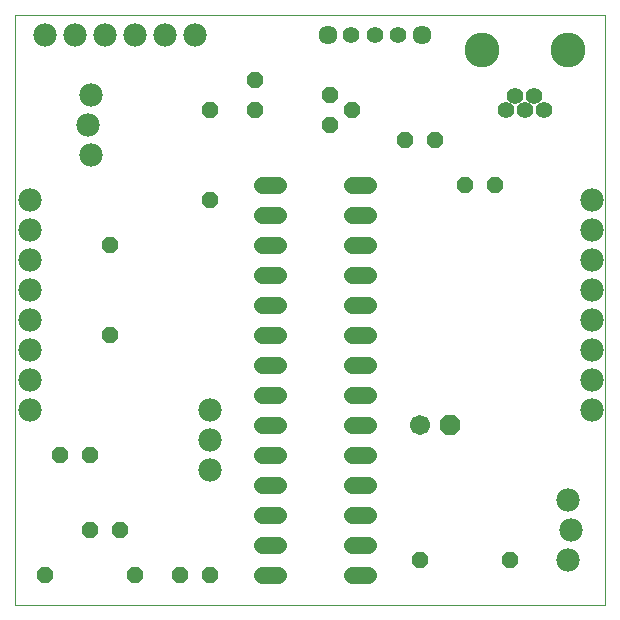
<source format=gbs>
G75*
%MOIN*%
%OFA0B0*%
%FSLAX25Y25*%
%IPPOS*%
%LPD*%
%AMOC8*
5,1,8,0,0,1.08239X$1,22.5*
%
%ADD10C,0.00000*%
%ADD11C,0.07800*%
%ADD12C,0.06700*%
%ADD13OC8,0.06700*%
%ADD14C,0.05550*%
%ADD15C,0.11620*%
%ADD16OC8,0.05600*%
%ADD17C,0.05600*%
%ADD18C,0.06337*%
D10*
X0001800Y0001800D02*
X0001800Y0198650D01*
X0198650Y0198650D01*
X0198650Y0001800D01*
X0001800Y0001800D01*
D11*
X0006800Y0066800D03*
X0006800Y0076800D03*
X0006800Y0086800D03*
X0006800Y0096800D03*
X0006800Y0106800D03*
X0006800Y0116800D03*
X0006800Y0126800D03*
X0006800Y0136800D03*
X0027300Y0151800D03*
X0026300Y0161800D03*
X0027300Y0171800D03*
X0031800Y0191800D03*
X0021800Y0191800D03*
X0011800Y0191800D03*
X0041800Y0191800D03*
X0051800Y0191800D03*
X0061800Y0191800D03*
X0066800Y0066800D03*
X0066800Y0056800D03*
X0066800Y0046800D03*
X0186300Y0036800D03*
X0187300Y0026800D03*
X0186300Y0016800D03*
X0194300Y0066800D03*
X0194300Y0076800D03*
X0194300Y0086800D03*
X0194300Y0096800D03*
X0194300Y0106800D03*
X0194300Y0116800D03*
X0194300Y0126800D03*
X0194300Y0136800D03*
D12*
X0136800Y0061800D03*
D13*
X0146800Y0061800D03*
D14*
X0165501Y0166721D03*
X0168650Y0171446D03*
X0171800Y0166721D03*
X0174950Y0171446D03*
X0178099Y0166721D03*
X0129674Y0191800D03*
X0121800Y0191800D03*
X0113926Y0191800D03*
D15*
X0157430Y0186800D03*
X0186170Y0186800D03*
D16*
X0161800Y0141800D03*
X0151800Y0141800D03*
X0141800Y0156800D03*
X0131800Y0156800D03*
X0114300Y0166800D03*
X0106800Y0161800D03*
X0106800Y0171800D03*
X0081800Y0166800D03*
X0081800Y0176800D03*
X0066800Y0166800D03*
X0066800Y0136800D03*
X0033674Y0121800D03*
X0033674Y0091800D03*
X0026800Y0051800D03*
X0016800Y0051800D03*
X0026800Y0026800D03*
X0036800Y0026800D03*
X0041800Y0011800D03*
X0056800Y0011800D03*
X0066800Y0011800D03*
X0011800Y0011800D03*
X0136800Y0016800D03*
X0166800Y0016800D03*
D17*
X0119400Y0011800D02*
X0114200Y0011800D01*
X0114200Y0021800D02*
X0119400Y0021800D01*
X0119400Y0031800D02*
X0114200Y0031800D01*
X0114200Y0041800D02*
X0119400Y0041800D01*
X0119400Y0051800D02*
X0114200Y0051800D01*
X0114200Y0061800D02*
X0119400Y0061800D01*
X0119400Y0071800D02*
X0114200Y0071800D01*
X0114200Y0081800D02*
X0119400Y0081800D01*
X0119400Y0091800D02*
X0114200Y0091800D01*
X0114200Y0101800D02*
X0119400Y0101800D01*
X0119400Y0111800D02*
X0114200Y0111800D01*
X0114200Y0121800D02*
X0119400Y0121800D01*
X0119400Y0131800D02*
X0114200Y0131800D01*
X0114200Y0141800D02*
X0119400Y0141800D01*
X0089400Y0141800D02*
X0084200Y0141800D01*
X0084200Y0131800D02*
X0089400Y0131800D01*
X0089400Y0121800D02*
X0084200Y0121800D01*
X0084200Y0111800D02*
X0089400Y0111800D01*
X0089400Y0101800D02*
X0084200Y0101800D01*
X0084200Y0091800D02*
X0089400Y0091800D01*
X0089400Y0081800D02*
X0084200Y0081800D01*
X0084200Y0071800D02*
X0089400Y0071800D01*
X0089400Y0061800D02*
X0084200Y0061800D01*
X0084200Y0051800D02*
X0089400Y0051800D01*
X0089400Y0041800D02*
X0084200Y0041800D01*
X0084200Y0031800D02*
X0089400Y0031800D01*
X0089400Y0021800D02*
X0084200Y0021800D01*
X0084200Y0011800D02*
X0089400Y0011800D01*
D18*
X0106052Y0191800D03*
X0137548Y0191800D03*
M02*

</source>
